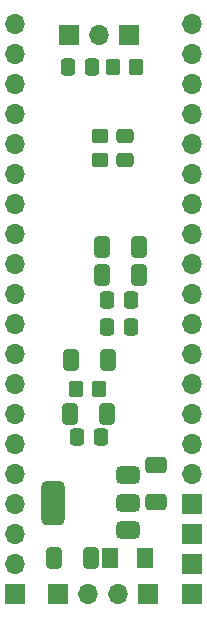
<source format=gbs>
G04 #@! TF.GenerationSoftware,KiCad,Pcbnew,8.0.4*
G04 #@! TF.CreationDate,2024-10-13T11:01:47+03:00*
G04 #@! TF.ProjectId,stm32f0_nucleo,73746d33-3266-4305-9f6e-75636c656f2e,rev?*
G04 #@! TF.SameCoordinates,Original*
G04 #@! TF.FileFunction,Soldermask,Bot*
G04 #@! TF.FilePolarity,Negative*
%FSLAX46Y46*%
G04 Gerber Fmt 4.6, Leading zero omitted, Abs format (unit mm)*
G04 Created by KiCad (PCBNEW 8.0.4) date 2024-10-13 11:01:47*
%MOMM*%
%LPD*%
G01*
G04 APERTURE LIST*
G04 Aperture macros list*
%AMRoundRect*
0 Rectangle with rounded corners*
0 $1 Rounding radius*
0 $2 $3 $4 $5 $6 $7 $8 $9 X,Y pos of 4 corners*
0 Add a 4 corners polygon primitive as box body*
4,1,4,$2,$3,$4,$5,$6,$7,$8,$9,$2,$3,0*
0 Add four circle primitives for the rounded corners*
1,1,$1+$1,$2,$3*
1,1,$1+$1,$4,$5*
1,1,$1+$1,$6,$7*
1,1,$1+$1,$8,$9*
0 Add four rect primitives between the rounded corners*
20,1,$1+$1,$2,$3,$4,$5,0*
20,1,$1+$1,$4,$5,$6,$7,0*
20,1,$1+$1,$6,$7,$8,$9,0*
20,1,$1+$1,$8,$9,$2,$3,0*%
G04 Aperture macros list end*
%ADD10O,1.700000X1.700000*%
%ADD11R,1.700000X1.700000*%
%ADD12RoundRect,0.250000X0.412500X0.650000X-0.412500X0.650000X-0.412500X-0.650000X0.412500X-0.650000X0*%
%ADD13RoundRect,0.250000X0.650000X-0.412500X0.650000X0.412500X-0.650000X0.412500X-0.650000X-0.412500X0*%
%ADD14RoundRect,0.250000X0.350000X0.450000X-0.350000X0.450000X-0.350000X-0.450000X0.350000X-0.450000X0*%
%ADD15RoundRect,0.375000X0.625000X0.375000X-0.625000X0.375000X-0.625000X-0.375000X0.625000X-0.375000X0*%
%ADD16RoundRect,0.500000X0.500000X1.400000X-0.500000X1.400000X-0.500000X-1.400000X0.500000X-1.400000X0*%
%ADD17RoundRect,0.250000X-0.337500X-0.475000X0.337500X-0.475000X0.337500X0.475000X-0.337500X0.475000X0*%
%ADD18RoundRect,0.250000X-0.450000X0.350000X-0.450000X-0.350000X0.450000X-0.350000X0.450000X0.350000X0*%
%ADD19RoundRect,0.250000X-0.412500X-0.650000X0.412500X-0.650000X0.412500X0.650000X-0.412500X0.650000X0*%
%ADD20RoundRect,0.250000X0.337500X0.475000X-0.337500X0.475000X-0.337500X-0.475000X0.337500X-0.475000X0*%
%ADD21RoundRect,0.250000X-0.475000X0.337500X-0.475000X-0.337500X0.475000X-0.337500X0.475000X0.337500X0*%
%ADD22RoundRect,0.250001X0.462499X0.624999X-0.462499X0.624999X-0.462499X-0.624999X0.462499X-0.624999X0*%
G04 APERTURE END LIST*
D10*
X140000000Y-60000000D03*
X140000000Y-62540000D03*
X140000000Y-65080000D03*
X140000000Y-67620000D03*
X140000000Y-70160000D03*
X140000000Y-72700000D03*
X140000000Y-75240000D03*
X140000000Y-77780000D03*
X140000000Y-80320000D03*
X140000000Y-82860000D03*
X140000000Y-85400000D03*
X140000000Y-87940000D03*
X140000000Y-90480000D03*
X140000000Y-93020000D03*
X140000000Y-95560000D03*
X140000000Y-98100000D03*
X140000000Y-100640000D03*
X140000000Y-103180000D03*
X140000000Y-105720000D03*
D11*
X140000000Y-108260000D03*
D10*
X155000000Y-60000000D03*
X155000000Y-62540000D03*
X155000000Y-65080000D03*
X155000000Y-67620000D03*
X155000000Y-70160000D03*
X155000000Y-72700000D03*
X155000000Y-75240000D03*
X155000000Y-77780000D03*
X155000000Y-80320000D03*
X155000000Y-82860000D03*
X155000000Y-85400000D03*
X155000000Y-87940000D03*
X155000000Y-90480000D03*
X155000000Y-93020000D03*
X155000000Y-95560000D03*
X155000000Y-98100000D03*
D11*
X155000000Y-100640000D03*
X155000000Y-103180000D03*
X155000000Y-105720000D03*
X155000000Y-108260000D03*
X144560001Y-60900000D03*
D10*
X147100001Y-60900000D03*
D11*
X149640000Y-60900000D03*
D12*
X147822500Y-92970000D03*
X144697500Y-92970000D03*
D13*
X151960000Y-100482500D03*
X151960000Y-97357500D03*
D14*
X147140000Y-90850000D03*
X145140000Y-90850000D03*
D15*
X149550000Y-98200000D03*
X149550000Y-100500000D03*
D16*
X143250000Y-100500000D03*
D15*
X149550000Y-102800000D03*
D17*
X144452500Y-63620000D03*
X146527500Y-63620000D03*
D18*
X147220000Y-69500000D03*
X147220000Y-71500000D03*
D19*
X144717500Y-88410000D03*
X147842500Y-88410000D03*
D20*
X149847500Y-83380000D03*
X147772500Y-83380000D03*
D14*
X150280000Y-63620000D03*
X148280000Y-63620000D03*
D12*
X146470000Y-105210000D03*
X143345000Y-105210000D03*
D21*
X149310000Y-69442500D03*
X149310000Y-71517500D03*
D22*
X151017500Y-105230000D03*
X148042500Y-105230000D03*
D20*
X149850000Y-85620000D03*
X147775000Y-85620000D03*
X147307500Y-94970000D03*
X145232500Y-94970000D03*
D12*
X150502500Y-78890000D03*
X147377500Y-78890000D03*
X150482500Y-81270000D03*
X147357500Y-81270000D03*
D11*
X143640001Y-108260000D03*
D10*
X146180001Y-108260000D03*
X148720000Y-108260000D03*
D11*
X151260001Y-108260000D03*
M02*

</source>
